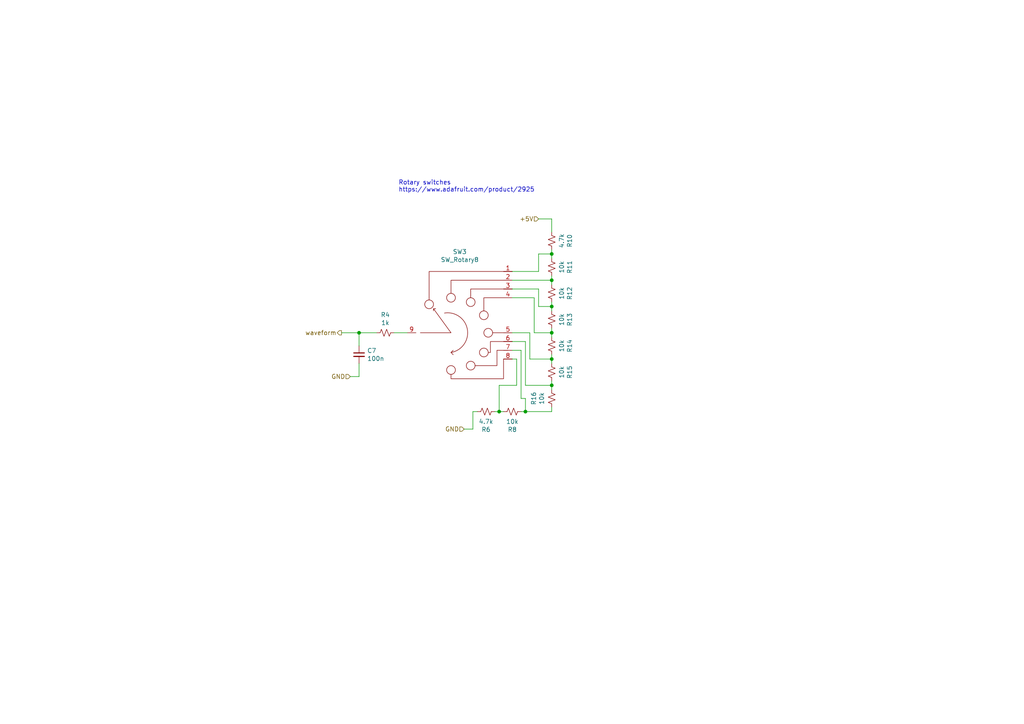
<source format=kicad_sch>
(kicad_sch (version 20230121) (generator eeschema)
  (paper "A4")
  (lib_symbols
    (symbol "Device:C_Small" (pin_numbers hide) (pin_names (offset 0.254) hide)
      (property "Reference" "C" (at 0.254 1.778 0))
      (property "Value" "C_Small" (at 0.254 -2.032 0))
      (symbol "C_Small_0_1"
        (polyline (pts (xy -1.524 -0.508) (xy 1.524 -0.508)) (stroke (width 0.3302)))
        (polyline (pts (xy -1.524 0.508) (xy 1.524 0.508)) (stroke (width 0.3048)))
      )
      (symbol "C_Small_1_1"
        (pin passive line (at 0 2.54 270) (length 2.032) (name "~") (number "1"))
        (pin passive line (at 0 -2.54 90) (length 2.032) (name "~") (number "2"))
      )
    )
    (symbol "Device:R_Small_US" (pin_numbers hide) (pin_names (offset 0.254) hide)
      (property "Reference" "R" (at 0.762 0.508 0))
      (property "Value" "R_Small_US" (at 0.762 -1.016 0))
      (symbol "R_Small_US_1_1"
        (polyline (pts (xy 0 0) (xy 1.016 -0.381) (xy 0 -0.762) (xy -1.016 -1.143) (xy 0 -1.524)))
        (polyline (pts (xy 0 1.524) (xy 1.016 1.143) (xy 0 0.762) (xy -1.016 0.381) (xy 0 0)))
        (pin passive line (at 0 2.54 270) (length 1.016) (name "~") (number "1"))
        (pin passive line (at 0 -2.54 90) (length 1.016) (name "~") (number "2"))
      )
    )
    (symbol "TAPLFO:SW_Rotary8" (pin_names (offset 1.016))
      (property "Reference" "SW" (at 0 10.16 0))
      (property "Value" "SW_Rotary8" (at 0 12.7 0))
      (symbol "SW_Rotary8_0_1"
        (circle (center -6.35 -0.635) (radius 1.27))
        (circle (center 0 -19.685) (radius 1.27))
        (arc (start 0 -14.605) (mid 4.7519 -7.9372) (end -1.905 -3.175))
        (polyline (pts (xy 12.065 -8.89) (xy 17.78 -8.89)))
        (polyline (pts (xy -6.35 0.635) (xy -6.35 8.89) (xy 17.78 8.89)))
        (polyline (pts (xy 0 2.54) (xy 0 6.35) (xy 17.78 6.35)))
        (polyline (pts (xy 5.715 1.27) (xy 5.715 3.81) (xy 17.78 3.81)))
        (polyline (pts (xy 0 -14.605) (xy 0.635 -13.97) (xy 0 -14.605) (xy 0.635 -15.24)))
        (polyline (pts (xy 9.525 -2.54) (xy 9.525 0.635) (xy 9.525 1.27) (xy 17.78 1.27)))
        (polyline (pts (xy 6.985 -18.415) (xy 13.335 -18.415) (xy 13.335 -16.51) (xy 13.335 -13.97) (xy 16.51 -13.97)))
        (polyline (pts (xy 10.795 -14.605) (xy 11.43 -14.605) (xy 11.43 -11.43) (xy 12.7 -11.43) (xy 17.78 -11.43)))
        (polyline (pts (xy 17.78 -16.51) (xy 15.24 -16.51) (xy 15.24 -22.225) (xy 0 -22.225) (xy 0 -20.955)))
        (polyline (pts (xy -8.89 -8.89) (xy 0 -8.89) (xy -5.08 -1.905) (xy -5.08 -2.54) (xy -5.08 -1.905) (xy -4.445 -1.905)))
        (circle (center 0 1.27) (radius 1.27))
        (circle (center 5.715 -18.415) (radius 1.27))
        (circle (center 5.715 0) (radius 1.27))
        (circle (center 9.525 -14.605) (radius 1.27))
        (circle (center 9.525 -3.81) (radius 1.27))
        (circle (center 10.795 -8.89) (radius 1.27))
      )
      (symbol "SW_Rotary8_1_1"
        (pin passive line (at 17.78 8.89 180) (length 2.54) (name "~") (number "1"))
        (pin passive line (at 17.78 6.35 180) (length 2.54) (name "~") (number "2"))
        (pin passive line (at 17.78 3.81 180) (length 2.54) (name "~") (number "3"))
        (pin passive line (at 17.78 1.27 180) (length 2.54) (name "~") (number "4"))
        (pin passive line (at 17.78 -8.89 180) (length 2.54) (name "~") (number "5"))
        (pin passive line (at 17.78 -11.43 180) (length 2.54) (name "~") (number "6"))
        (pin passive line (at 17.78 -13.97 180) (length 2.54) (name "~") (number "7"))
        (pin passive line (at 17.78 -16.51 180) (length 2.54) (name "~") (number "8"))
        (pin passive line (at -12.7 -8.89 0) (length 2.54) (name "~") (number "9"))
      )
    )
  )
  (junction (at 144.78 119.38))
  (junction (at 160.02 96.52))
  (junction (at 160.02 73.66))
  (junction (at 160.02 88.9))
  (junction (at 160.02 81.28))
  (junction (at 160.02 111.76))
  (junction (at 152.4 119.38))
  (junction (at 104.14 96.52))
  (junction (at 160.02 104.14))
  (wire (pts (xy 137.16 119.38) (xy 138.43 119.38)))
  (wire (pts (xy 144.78 111.76) (xy 149.86 111.76)))
  (wire (pts (xy 148.59 81.28) (xy 160.02 81.28)))
  (wire (pts (xy 156.21 73.66) (xy 160.02 73.66)))
  (wire (pts (xy 152.4 111.76) (xy 152.4 99.06)))
  (wire (pts (xy 148.59 86.36) (xy 154.94 86.36)))
  (wire (pts (xy 160.02 80.01) (xy 160.02 81.28)))
  (wire (pts (xy 148.59 78.74) (xy 156.21 78.74)))
  (wire (pts (xy 160.02 87.63) (xy 160.02 88.9)))
  (wire (pts (xy 149.86 104.14) (xy 149.86 111.76)))
  (wire (pts (xy 160.02 72.39) (xy 160.02 73.66)))
  (wire (pts (xy 154.94 96.52) (xy 160.02 96.52)))
  (wire (pts (xy 160.02 63.5) (xy 160.02 67.31)))
  (wire (pts (xy 152.4 111.76) (xy 160.02 111.76)))
  (wire (pts (xy 137.16 119.38) (xy 137.16 124.46)))
  (wire (pts (xy 160.02 73.66) (xy 160.02 74.93)))
  (wire (pts (xy 144.78 111.76) (xy 144.78 119.38)))
  (wire (pts (xy 160.02 119.38) (xy 160.02 118.11)))
  (wire (pts (xy 156.21 88.9) (xy 160.02 88.9)))
  (wire (pts (xy 148.59 96.52) (xy 153.67 96.52)))
  (wire (pts (xy 160.02 88.9) (xy 160.02 90.17)))
  (wire (pts (xy 151.13 119.38) (xy 152.4 119.38)))
  (wire (pts (xy 104.14 100.33) (xy 104.14 96.52)))
  (wire (pts (xy 160.02 81.28) (xy 160.02 82.55)))
  (wire (pts (xy 99.06 96.52) (xy 104.14 96.52)))
  (wire (pts (xy 148.59 83.82) (xy 156.21 83.82)))
  (wire (pts (xy 160.02 96.52) (xy 160.02 97.79)))
  (wire (pts (xy 156.21 88.9) (xy 156.21 83.82)))
  (wire (pts (xy 160.02 111.76) (xy 160.02 113.03)))
  (wire (pts (xy 151.13 101.6) (xy 151.13 115.57)))
  (wire (pts (xy 146.05 119.38) (xy 144.78 119.38)))
  (wire (pts (xy 152.4 115.57) (xy 152.4 119.38)))
  (wire (pts (xy 160.02 105.41) (xy 160.02 104.14)))
  (wire (pts (xy 153.67 104.14) (xy 160.02 104.14)))
  (wire (pts (xy 160.02 104.14) (xy 160.02 102.87)))
  (wire (pts (xy 151.13 101.6) (xy 148.59 101.6)))
  (wire (pts (xy 114.3 96.52) (xy 118.11 96.52)))
  (wire (pts (xy 148.59 99.06) (xy 152.4 99.06)))
  (wire (pts (xy 104.14 105.41) (xy 104.14 109.22)))
  (wire (pts (xy 160.02 95.25) (xy 160.02 96.52)))
  (wire (pts (xy 148.59 104.14) (xy 149.86 104.14)))
  (wire (pts (xy 104.14 96.52) (xy 109.22 96.52)))
  (wire (pts (xy 156.21 73.66) (xy 156.21 78.74)))
  (wire (pts (xy 151.13 115.57) (xy 152.4 115.57)))
  (wire (pts (xy 101.6 109.22) (xy 104.14 109.22)))
  (wire (pts (xy 156.21 63.5) (xy 160.02 63.5)))
  (wire (pts (xy 143.51 119.38) (xy 144.78 119.38)))
  (wire (pts (xy 152.4 119.38) (xy 160.02 119.38)))
  (wire (pts (xy 153.67 104.14) (xy 153.67 96.52)))
  (wire (pts (xy 160.02 111.76) (xy 160.02 110.49)))
  (wire (pts (xy 134.62 124.46) (xy 137.16 124.46)))
  (wire (pts (xy 154.94 96.52) (xy 154.94 86.36)))
  (text "Rotary switches\nhttps://www.adafruit.com/product/2925" (at 115.57 55.88 0) (effects (font (size 1.27 1.27)) (justify left bottom)))
  (hierarchical_label "GND" (shape input) (at 101.6 109.22 180))
  (hierarchical_label "GND" (shape input) (at 134.62 124.46 180))
  (hierarchical_label "+5V" (shape input) (at 156.21 63.5 180))
  (hierarchical_label "waveform" (shape output) (at 99.06 96.52 180))
  (symbol (lib_id "Device:R_Small_US") (at 160.02 69.85 0) (unit 1)
    (property "Reference" "R10" (at 165.227 69.85 90))
    (property "Value" "4.7k" (at 162.9156 69.85 90))
    (property "Footprint" "Resistor_SMD:R_0805_2012Metric" (effects hide))
  )
  (symbol (lib_id "TAPLFO:SW_Rotary8") (at 130.81 87.63 0) (unit 1)
    (property "Reference" "SW3" (at 133.35 73.025 0))
    (property "Value" "SW_Rotary8" (at 133.35 75.3364 0))
    (property "Footprint" "Rotary8:RotaryEncoder_Adafruit_Mini_8" (effects hide))
  )
  (symbol (lib_id "Device:R_Small_US") (at 160.02 115.57 180) (unit 1)
    (property "Reference" "R16" (at 154.813 115.57 90))
    (property "Value" "10k" (at 157.1244 115.57 90))
    (property "Footprint" "Resistor_SMD:R_0805_2012Metric" (effects hide))
  )
  (symbol (lib_id "Device:R_Small_US") (at 160.02 100.33 0) (unit 1)
    (property "Reference" "R14" (at 165.227 100.33 90))
    (property "Value" "10k" (at 162.9156 100.33 90))
    (property "Footprint" "Resistor_SMD:R_0805_2012Metric" (effects hide))
  )
  (symbol (lib_id "Device:R_Small_US") (at 160.02 107.95 0) (unit 1)
    (property "Reference" "R15" (at 165.227 107.95 90))
    (property "Value" "10k" (at 162.9156 107.95 90))
    (property "Footprint" "Resistor_SMD:R_0805_2012Metric" (effects hide))
  )
  (symbol (lib_id "Device:R_Small_US") (at 148.59 119.38 270) (unit 1)
    (property "Reference" "R8" (at 148.59 124.587 90))
    (property "Value" "10k" (at 148.59 122.2756 90))
    (property "Footprint" "Resistor_SMD:R_0805_2012Metric" (effects hide))
  )
  (symbol (lib_id "Device:R_Small_US") (at 111.76 96.52 270) (unit 1)
    (property "Reference" "R4" (at 111.76 91.313 90))
    (property "Value" "1k" (at 111.76 93.6244 90))
    (property "Footprint" "Resistor_SMD:R_0805_2012Metric" (effects hide))
  )
  (symbol (lib_id "Device:C_Small") (at 104.14 102.87 0) (unit 1)
    (property "Reference" "C7" (at 106.4768 101.7016 0) (effects (justify left)))
    (property "Value" "100n" (at 106.4768 104.013 0) (effects (justify left)))
    (property "Footprint" "Capacitor_SMD:C_0805_2012Metric" (effects hide))
  )
  (symbol (lib_id "Device:R_Small_US") (at 160.02 77.47 0) (unit 1)
    (property "Reference" "R11" (at 165.227 77.47 90))
    (property "Value" "10k" (at 162.9156 77.47 90))
    (property "Footprint" "Resistor_SMD:R_0805_2012Metric" (effects hide))
  )
  (symbol (lib_id "Device:R_Small_US") (at 160.02 85.09 0) (unit 1)
    (property "Reference" "R12" (at 165.227 85.09 90))
    (property "Value" "10k" (at 162.9156 85.09 90))
    (property "Footprint" "Resistor_SMD:R_0805_2012Metric" (effects hide))
  )
  (symbol (lib_id "Device:R_Small_US") (at 140.97 119.38 270) (unit 1)
    (property "Reference" "R6" (at 140.97 124.587 90))
    (property "Value" "4.7k" (at 140.97 122.2756 90))
    (property "Footprint" "Resistor_SMD:R_0805_2012Metric" (effects hide))
  )
  (symbol (lib_id "Device:R_Small_US") (at 160.02 92.71 0) (unit 1)
    (property "Reference" "R13" (at 165.227 92.71 90))
    (property "Value" "10k" (at 162.9156 92.71 90))
    (property "Footprint" "Resistor_SMD:R_0805_2012Metric" (effects hide))
  )
)
</source>
